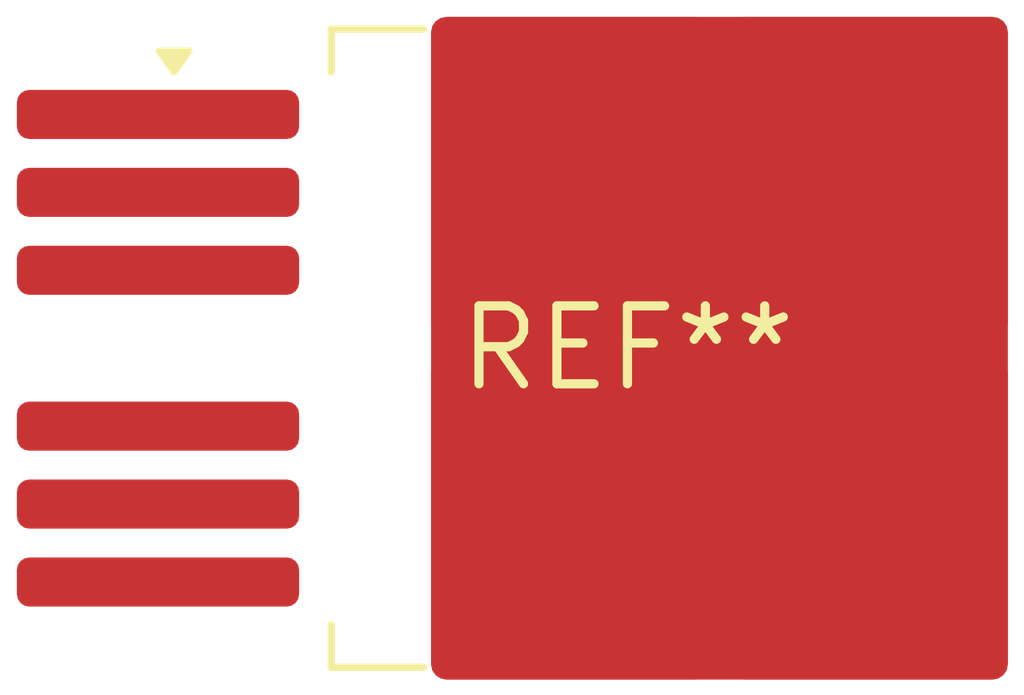
<source format=kicad_pcb>
(kicad_pcb (version 20240108) (generator pcbnew)
  (layers (0 "F.Cu" signal) (31 "B.Cu" signal) (34 "B.Paste" user) (35 "F.Paste" user) (36 "B.SilkS" user "B.Silkscreen") (37 "F.SilkS" user "F.Silkscreen") (38 "B.Mask" user) (39 "F.Mask" user) (44 "Edge.Cuts" user))
  (net 0 "")
  (footprint "TO-263-6" (layer "F.Cu") (at 0 0)
    (property "Reference" "REF**")
    (property "Value" "TO-263-6")
    (fp_line (start -4.825 -5.2) (end -4.825 -4.51) (layer "F.SilkS") (stroke (width 0.12)))
    (fp_line (start -4.825 5.2) (end -4.825 4.51) (layer "F.SilkS") (stroke (width 0.12)))
    (fp_line (start -3.325 -5.2) (end -4.825 -5.2) (layer "F.SilkS") (stroke (width 0.12)))
    (fp_line (start -3.325 5.2) (end -4.825 5.2) (layer "F.SilkS") (stroke (width 0.12)))
    (fp_poly (pts (xy -7.3875 -4.51) (xy -7.6275 -4.84) (xy -7.1475 -4.84) (xy -7.3875 -4.51)) (layer "F.SilkS") (stroke (width 0.12)) (fill solid))
    (pad "1" smd roundrect (at -7.65 -3.81) (size 4.6 0.8) (layers "F.Cu" "F.Paste" "F.Mask"))
    (pad "2" smd roundrect (at -7.65 -2.54) (size 4.6 0.8) (layers "F.Cu" "F.Paste" "F.Mask"))
    (pad "3" smd roundrect (at -7.65 -1.27) (size 4.6 0.8) (layers "F.Cu" "F.Paste" "F.Mask"))
    (pad "4" smd roundrect (at -0.925 -2.775) (size 4.55 5.25) (layers "F.Cu" "F.Paste") (roundrect_rratio 0.054945))
    (pad "4" smd roundrect (at -0.925 2.775) (size 4.55 5.25) (layers "F.Cu" "F.Paste") (roundrect_rratio 0.054945))
    (pad "4" smd roundrect (at 1.5 0) (size 9.4 10.8) (layers "F.Cu" "F.Mask") (roundrect_rratio 0.026596))
    (pad "4" smd roundrect (at 3.925 -2.775) (size 4.55 5.25) (layers "F.Cu" "F.Paste") (roundrect_rratio 0.054945))
    (pad "4" smd roundrect (at 3.925 2.775) (size 4.55 5.25) (layers "F.Cu" "F.Paste") (roundrect_rratio 0.054945))
    (pad "5" smd roundrect (at -7.65 1.27) (size 4.6 0.8) (layers "F.Cu" "F.Paste" "F.Mask"))
    (pad "6" smd roundrect (at -7.65 2.54) (size 4.6 0.8) (layers "F.Cu" "F.Paste" "F.Mask"))
    (pad "7" smd roundrect (at -7.65 3.81) (size 4.6 0.8) (layers "F.Cu" "F.Paste" "F.Mask"))
  )
)
</source>
